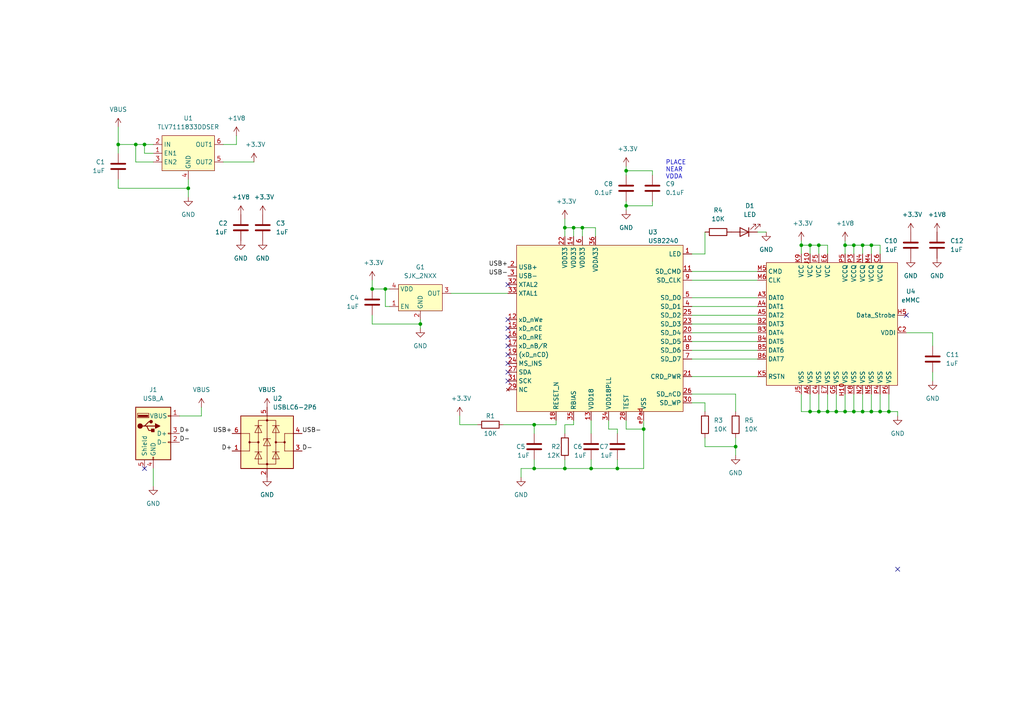
<source format=kicad_sch>
(kicad_sch (version 20230121) (generator eeschema)
  (paper "A4")
  (lib_symbols
    (symbol "Connector:USB_A" (pin_names (offset 1.016))
      (property "Reference" "J" (at -5.08 11.43 0))
      (property "Value" "USB_A" (at -5.08 8.89 0))
      (symbol "USB_A_0_1"
        (rectangle (start -5.08 -7.62) (end 5.08 7.62) (stroke (width 0.254)) (fill (type background)))
        (circle (center -3.81 2.159) (radius 0.635) (stroke (width 0.254)) (fill (type outline)))
        (rectangle (start -1.524 4.826) (end -4.318 5.334) (fill (type outline)))
        (rectangle (start -1.27 4.572) (end -4.572 5.842))
        (circle (center -0.635 3.429) (radius 0.381) (stroke (width 0.254)) (fill (type outline)))
        (rectangle (start -0.127 -7.62) (end 0.127 -6.858))
        (polyline (pts (xy -3.175 2.159) (xy -2.54 2.159) (xy -1.27 3.429) (xy -0.635 3.429)) (stroke (width 0.254)))
        (polyline (pts (xy -2.54 2.159) (xy -1.905 2.159) (xy -1.27 0.889) (xy 0 0.889)) (stroke (width 0.254)))
        (polyline (pts (xy 0.635 2.794) (xy 0.635 1.524) (xy 1.905 2.159) (xy 0.635 2.794)) (stroke (width 0.254)) (fill (type outline)))
        (rectangle (start 0.254 1.27) (end -0.508 0.508) (stroke (width 0.254)) (fill (type outline)))
        (rectangle (start 5.08 -2.667) (end 4.318 -2.413))
        (rectangle (start 5.08 -0.127) (end 4.318 0.127))
        (rectangle (start 5.08 4.953) (end 4.318 5.207))
      )
      (symbol "USB_A_1_1"
        (polyline (pts (xy -1.905 2.159) (xy 0.635 2.159)) (stroke (width 0.254)))
        (pin power_in line (at 7.62 5.08 180) (length 2.54) (name "VBUS") (number "1"))
        (pin bidirectional line (at 7.62 -2.54 180) (length 2.54) (name "D-") (number "2"))
        (pin bidirectional line (at 7.62 0 180) (length 2.54) (name "D+") (number "3"))
        (pin power_in line (at 0 -10.16 90) (length 2.54) (name "GND") (number "4"))
        (pin passive line (at -2.54 -10.16 90) (length 2.54) (name "Shield") (number "5"))
      )
    )
    (symbol "Device:C" (pin_numbers hide) (pin_names (offset 0.254))
      (property "Reference" "C" (at 0.635 2.54 0))
      (property "Value" "C" (at 0.635 -2.54 0))
      (symbol "C_0_1"
        (polyline (pts (xy -2.032 -0.762) (xy 2.032 -0.762)) (stroke (width 0.508)))
        (polyline (pts (xy -2.032 0.762) (xy 2.032 0.762)) (stroke (width 0.508)))
      )
      (symbol "C_1_1"
        (pin passive line (at 0 3.81 270) (length 2.794) (name "~") (number "1"))
        (pin passive line (at 0 -3.81 90) (length 2.794) (name "~") (number "2"))
      )
    )
    (symbol "Device:LED" (pin_numbers hide) (pin_names (offset 1.016) hide)
      (property "Reference" "D" (at 0 2.54 0))
      (property "Value" "LED" (at 0 -2.54 0))
      (symbol "LED_0_1"
        (polyline (pts (xy -1.27 -1.27) (xy -1.27 1.27)) (stroke (width 0.254)))
        (polyline (pts (xy -1.27 0) (xy 1.27 0)))
        (polyline (pts (xy 1.27 -1.27) (xy 1.27 1.27) (xy -1.27 0) (xy 1.27 -1.27)) (stroke (width 0.254)))
        (polyline (pts (xy -3.048 -0.762) (xy -4.572 -2.286) (xy -3.81 -2.286) (xy -4.572 -2.286) (xy -4.572 -1.524)))
        (polyline (pts (xy -1.778 -0.762) (xy -3.302 -2.286) (xy -2.54 -2.286) (xy -3.302 -2.286) (xy -3.302 -1.524)))
      )
      (symbol "LED_1_1"
        (pin passive line (at -3.81 0 0) (length 2.54) (name "K") (number "1"))
        (pin passive line (at 3.81 0 180) (length 2.54) (name "A") (number "2"))
      )
    )
    (symbol "Device:R" (pin_numbers hide) (pin_names (offset 0))
      (property "Reference" "R" (at 2.032 0 90))
      (property "Value" "R" (at 0 0 90))
      (symbol "R_0_1"
        (rectangle (start -1.016 -2.54) (end 1.016 2.54) (stroke (width 0.254)))
      )
      (symbol "R_1_1"
        (pin passive line (at 0 3.81 270) (length 1.27) (name "~") (number "1"))
        (pin passive line (at 0 -3.81 90) (length 1.27) (name "~") (number "2"))
      )
    )
    (symbol "Power_Protection:USBLC6-2P6" (pin_names hide)
      (property "Reference" "U" (at 2.54 8.89 0))
      (property "Value" "USBLC6-2P6" (at 2.54 -8.89 0))
      (symbol "USBLC6-2P6_0_1"
        (rectangle (start -7.62 -7.62) (end 7.62 7.62) (stroke (width 0.254)) (fill (type background)))
        (circle (center -5.08 0) (radius 0.254) (fill (type outline)))
        (circle (center -2.54 0) (radius 0.254) (fill (type outline)))
        (rectangle (start -2.54 6.35) (end 2.54 -6.35))
        (circle (center 0 -6.35) (radius 0.254) (fill (type outline)))
        (polyline (pts (xy -5.08 -2.54) (xy -7.62 -2.54)))
        (polyline (pts (xy -5.08 0) (xy -5.08 -2.54)))
        (polyline (pts (xy -5.08 2.54) (xy -7.62 2.54)))
        (polyline (pts (xy -1.524 -2.794) (xy -3.556 -2.794)))
        (polyline (pts (xy -1.524 4.826) (xy -3.556 4.826)))
        (polyline (pts (xy 0 -7.62) (xy 0 -6.35)))
        (polyline (pts (xy 0 -6.35) (xy 0 1.27)))
        (polyline (pts (xy 0 1.27) (xy 0 6.35)))
        (polyline (pts (xy 0 6.35) (xy 0 7.62)))
        (polyline (pts (xy 1.524 -2.794) (xy 3.556 -2.794)))
        (polyline (pts (xy 1.524 4.826) (xy 3.556 4.826)))
        (polyline (pts (xy 5.08 -2.54) (xy 7.62 -2.54)))
        (polyline (pts (xy 5.08 0) (xy 5.08 -2.54)))
        (polyline (pts (xy 5.08 2.54) (xy 7.62 2.54)))
        (polyline (pts (xy -2.54 0) (xy -5.08 0) (xy -5.08 2.54)))
        (polyline (pts (xy 2.54 0) (xy 5.08 0) (xy 5.08 2.54)))
        (polyline (pts (xy -3.556 -4.826) (xy -1.524 -4.826) (xy -2.54 -2.794) (xy -3.556 -4.826)))
        (polyline (pts (xy -3.556 2.794) (xy -1.524 2.794) (xy -2.54 4.826) (xy -3.556 2.794)))
        (polyline (pts (xy -1.016 -1.016) (xy 1.016 -1.016) (xy 0 1.016) (xy -1.016 -1.016)))
        (polyline (pts (xy 1.016 1.016) (xy 0.762 1.016) (xy -1.016 1.016) (xy -1.016 0.508)))
        (polyline (pts (xy 3.556 -4.826) (xy 1.524 -4.826) (xy 2.54 -2.794) (xy 3.556 -4.826)))
        (polyline (pts (xy 3.556 2.794) (xy 1.524 2.794) (xy 2.54 4.826) (xy 3.556 2.794)))
        (circle (center 0 6.35) (radius 0.254) (fill (type outline)))
        (circle (center 2.54 0) (radius 0.254) (fill (type outline)))
        (circle (center 5.08 0) (radius 0.254) (fill (type outline)))
      )
      (symbol "USBLC6-2P6_1_1"
        (pin passive line (at -10.16 -2.54 0) (length 2.54) (name "I/O1") (number "1"))
        (pin passive line (at 0 -10.16 90) (length 2.54) (name "GND") (number "2"))
        (pin passive line (at 10.16 -2.54 180) (length 2.54) (name "I/O2") (number "3"))
        (pin passive line (at 10.16 2.54 180) (length 2.54) (name "I/O2") (number "4"))
        (pin passive line (at 0 10.16 270) (length 2.54) (name "VBUS") (number "5"))
        (pin passive line (at -10.16 2.54 0) (length 2.54) (name "I/O1") (number "6"))
      )
    )
    (symbol "power:+1V8" (power) (pin_names (offset 0))
      (property "Value" "+1V8" (at 0 3.556 0))
      (symbol "+1V8_0_1"
        (polyline (pts (xy -0.762 1.27) (xy 0 2.54)))
        (polyline (pts (xy 0 0) (xy 0 2.54)))
        (polyline (pts (xy 0 2.54) (xy 0.762 1.27)))
      )
      (symbol "+1V8_1_1"
        (pin power_in line (at 0 0 90) (length 0) hide (name "+1V8") (number "1"))
      )
    )
    (symbol "power:+3.3V" (power) (pin_names (offset 0))
      (property "Value" "+3.3V" (at 0 3.556 0))
      (symbol "+3.3V_0_1"
        (polyline (pts (xy -0.762 1.27) (xy 0 2.54)))
        (polyline (pts (xy 0 0) (xy 0 2.54)))
        (polyline (pts (xy 0 2.54) (xy 0.762 1.27)))
      )
      (symbol "+3.3V_1_1"
        (pin power_in line (at 0 0 90) (length 0) hide (name "+3.3V") (number "1"))
      )
    )
    (symbol "power:GND" (power) (pin_names (offset 0))
      (property "Value" "GND" (at 0 -3.81 0))
      (symbol "GND_0_1"
        (polyline (pts (xy 0 0) (xy 0 -1.27) (xy 1.27 -1.27) (xy 0 -2.54) (xy -1.27 -1.27) (xy 0 -1.27)))
      )
      (symbol "GND_1_1"
        (pin power_in line (at 0 0 270) (length 0) hide (name "GND") (number "1"))
      )
    )
    (symbol "power:VBUS" (power) (pin_names (offset 0))
      (property "Value" "VBUS" (at 0 3.81 0))
      (symbol "VBUS_0_1"
        (polyline (pts (xy -0.762 1.27) (xy 0 2.54)))
        (polyline (pts (xy 0 0) (xy 0 2.54)))
        (polyline (pts (xy 0 2.54) (xy 0.762 1.27)))
      )
      (symbol "VBUS_1_1"
        (pin power_in line (at 0 0 90) (length 0) hide (name "VBUS") (number "1"))
      )
    )
    (symbol "toolbox-memory:eMMC"
      (property "Reference" "U" (at 20.32 13.97 0))
      (property "Value" "eMMC" (at 22.86 11.43 0))
      (symbol "eMMC_0_0"
        (pin unspecified line (at -21.59 6.35 0) (length 2.54) (name "DAT0") (number "A3"))
        (pin unspecified line (at -21.59 3.81 0) (length 2.54) (name "DAT1") (number "A4"))
        (pin unspecified line (at -21.59 1.27 0) (length 2.54) (name "DAT2") (number "A5"))
        (pin unspecified line (at -6.35 -21.59 90) (length 2.54) (name "VSS") (number "A6"))
        (pin unspecified line (at -21.59 -1.27 0) (length 2.54) (name "DAT3") (number "B2"))
        (pin unspecified line (at -21.59 -3.81 0) (length 2.54) (name "DAT4") (number "B3"))
        (pin unspecified line (at -21.59 -6.35 0) (length 2.54) (name "DAT5") (number "B4"))
        (pin unspecified line (at -21.59 -8.89 0) (length 2.54) (name "DAT6") (number "B5"))
        (pin unspecified line (at -21.59 -11.43 0) (length 2.54) (name "DAT7") (number "B6"))
        (pin unspecified line (at 21.59 -3.81 180) (length 2.54) (name "VDDI") (number "C2"))
        (pin unspecified line (at -3.81 -21.59 90) (length 2.54) (name "VSS") (number "C4"))
        (pin unspecified line (at 13.97 19.05 270) (length 2.54) (name "VCCQ") (number "C6"))
        (pin unspecified line (at -1.27 19.05 270) (length 2.54) (name "VCC") (number "E6"))
        (pin unspecified line (at -1.27 -21.59 90) (length 2.54) (name "VSS") (number "E7"))
        (pin unspecified line (at -3.81 19.05 270) (length 2.54) (name "VCC") (number "F5"))
        (pin unspecified line (at 1.27 -21.59 90) (length 2.54) (name "VSS") (number "G5"))
        (pin unspecified line (at 3.81 -21.59 90) (length 2.54) (name "VSS") (number "H10"))
        (pin unspecified line (at 21.59 1.27 180) (length 2.54) (name "Data_Strobe") (number "H5"))
        (pin unspecified line (at -6.35 19.05 270) (length 2.54) (name "VCC") (number "J10"))
        (pin unspecified line (at -8.89 -21.59 90) (length 2.54) (name "VSS") (number "J5"))
        (pin unspecified line (at -21.59 -16.51 0) (length 2.54) (name "RSTN") (number "K5"))
        (pin unspecified line (at 6.35 -21.59 90) (length 2.54) (name "VSS") (number "K8"))
        (pin unspecified line (at -8.89 19.05 270) (length 2.54) (name "VCC") (number "K9"))
        (pin unspecified line (at 11.43 19.05 270) (length 2.54) (name "VCCQ") (number "M4"))
        (pin unspecified line (at -21.59 13.97 0) (length 2.54) (name "CMD") (number "M5"))
        (pin unspecified line (at -21.59 11.43 0) (length 2.54) (name "CLK") (number "M6"))
        (pin unspecified line (at 8.89 -21.59 90) (length 2.54) (name "VSS") (number "N2"))
        (pin unspecified line (at 8.89 19.05 270) (length 2.54) (name "VCCQ") (number "N4"))
        (pin unspecified line (at 11.43 -21.59 90) (length 2.54) (name "VSS") (number "N5"))
        (pin unspecified line (at 6.35 19.05 270) (length 2.54) (name "VCCQ") (number "P3"))
        (pin unspecified line (at 13.97 -21.59 90) (length 2.54) (name "VSS") (number "P4"))
        (pin unspecified line (at 3.81 19.05 270) (length 2.54) (name "VCCQ") (number "P5"))
        (pin unspecified line (at 16.51 -21.59 90) (length 2.54) (name "VSS") (number "P6"))
      )
      (symbol "eMMC_1_1"
        (rectangle (start -19.05 16.51) (end 19.05 -19.05) (fill (type background)))
      )
    )
    (symbol "toolbox-oscillator:SJK_2NXX"
      (property "Reference" "G" (at 5.08 5.08 0))
      (property "Value" "SJK_2NXX" (at -1.27 5.08 0))
      (symbol "SJK_2NXX_0_0"
        (pin unspecified line (at -8.89 -2.54 0) (length 2.54) (name "EN") (number "1"))
        (pin unspecified line (at 0 -6.35 90) (length 2.54) (name "GND") (number "2"))
        (pin unspecified line (at 8.89 1.27 180) (length 2.54) (name "OUT") (number "3"))
        (pin unspecified line (at -8.89 2.54 0) (length 2.54) (name "VDD") (number "4"))
      )
      (symbol "SJK_2NXX_1_1"
        (rectangle (start -6.35 3.81) (end 6.35 -3.81) (fill (type background)))
      )
    )
    (symbol "toolbox-regulator:TI_TLV711"
      (property "Reference" "U" (at -6.35 3.81 0))
      (property "Value" "TLV711" (at 3.81 3.81 0))
      (symbol "TI_TLV711_0_0"
        (pin unspecified line (at -10.16 -2.54 0) (length 2.54) (name "EN1") (number "1"))
        (pin unspecified line (at -10.16 0 0) (length 2.54) (name "IN") (number "2"))
        (pin unspecified line (at -10.16 -5.08 0) (length 2.54) (name "EN2") (number "3"))
        (pin unspecified line (at 0 -10.16 90) (length 2.54) (name "GND") (number "4"))
        (pin unspecified line (at 10.16 -5.08 180) (length 2.54) (name "OUT2") (number "5"))
        (pin unspecified line (at 10.16 0 180) (length 2.54) (name "OUT1") (number "6"))
      )
      (symbol "TI_TLV711_1_1"
        (rectangle (start -7.62 2.54) (end 7.62 -7.62) (fill (type background)))
      )
    )
    (symbol "toolbox-usb:USB2240"
      (property "Reference" "U" (at 7.62 22.86 0))
      (property "Value" "USB2240" (at 20.32 22.86 0))
      (symbol "USB2240_0_0"
        (pin unspecified line (at 26.67 19.05 180) (length 2.54) (name "LED") (number "1"))
        (pin unspecified line (at 26.67 -6.35 180) (length 2.54) (name "SD_D5") (number "10"))
        (pin unspecified line (at 26.67 13.97 180) (length 2.54) (name "SD_CMD") (number "11"))
        (pin unspecified line (at -26.67 0 0) (length 2.54) (name "xD_nWe") (number "12"))
        (pin unspecified line (at -2.54 -29.21 90) (length 2.54) (name "VDD18") (number "13"))
        (pin unspecified line (at -7.62 24.13 270) (length 2.54) (name "VDD33") (number "14"))
        (pin unspecified line (at -26.67 -2.54 0) (length 2.54) (name "xD_nCE") (number "15"))
        (pin unspecified line (at -26.67 -5.08 0) (length 2.54) (name "xD_nRE") (number "16"))
        (pin unspecified line (at -26.67 -7.62 0) (length 2.54) (name "xD_nB/R") (number "17"))
        (pin unspecified line (at -12.7 -29.21 90) (length 2.54) (name "RESET_N") (number "18"))
        (pin unspecified line (at -26.67 -10.16 0) (length 2.54) (name "(xD_nCD)") (number "19"))
        (pin unspecified line (at -26.67 15.24 0) (length 2.54) (name "USB+") (number "2"))
        (pin unspecified line (at 26.67 -3.81 180) (length 2.54) (name "SD_D4") (number "20"))
        (pin unspecified line (at 26.67 -16.51 180) (length 2.54) (name "CRD_PWR") (number "21"))
        (pin unspecified line (at -10.16 24.13 270) (length 2.54) (name "VDD33") (number "22"))
        (pin unspecified line (at 26.67 -1.27 180) (length 2.54) (name "SD_D3") (number "23"))
        (pin unspecified line (at -26.67 -12.7 0) (length 2.54) (name "MS_INS") (number "24"))
        (pin unspecified line (at 26.67 1.27 180) (length 2.54) (name "SD_D2") (number "25"))
        (pin unspecified line (at 26.67 -21.59 180) (length 2.54) (name "SD_nCD") (number "26"))
        (pin unspecified line (at -26.67 -15.24 0) (length 2.54) (name "SDA") (number "27"))
        (pin unspecified line (at 7.62 -29.21 90) (length 2.54) (name "TEST") (number "28"))
        (pin no_connect line (at -26.67 -20.32 0) (length 2.54) (name "NC") (number "29"))
        (pin unspecified line (at -26.67 12.7 0) (length 2.54) (name "USB-") (number "3"))
        (pin unspecified line (at 26.67 -24.13 180) (length 2.54) (name "SD_WP") (number "30"))
        (pin unspecified line (at -26.67 -17.78 0) (length 2.54) (name "SCK") (number "31"))
        (pin unspecified line (at -26.67 10.16 0) (length 2.54) (name "XTAL2") (number "32"))
        (pin unspecified line (at -26.67 7.62 0) (length 2.54) (name "XTAL1") (number "33"))
        (pin unspecified line (at 2.54 -29.21 90) (length 2.54) (name "VDD18PLL") (number "34"))
        (pin unspecified line (at -7.62 -29.21 90) (length 2.54) (name "RBIAS") (number "35"))
        (pin unspecified line (at -1.27 24.13 270) (length 2.54) (name "VDDA33") (number "36"))
        (pin unspecified line (at 26.67 3.81 180) (length 2.54) (name "SD_D1") (number "4"))
        (pin unspecified line (at 26.67 6.35 180) (length 2.54) (name "SD_D0") (number "5"))
        (pin unspecified line (at -5.08 24.13 270) (length 2.54) (name "VDD33") (number "6"))
        (pin unspecified line (at 26.67 -11.43 180) (length 2.54) (name "SD_D7") (number "7"))
        (pin unspecified line (at 26.67 -8.89 180) (length 2.54) (name "SD_D6") (number "8"))
        (pin unspecified line (at 26.67 11.43 180) (length 2.54) (name "SD_CLK") (number "9"))
      )
      (symbol "USB2240_1_0"
        (pin unspecified line (at 12.7 -29.21 90) (length 2.54) (name "VSS") (number "ePad"))
      )
      (symbol "USB2240_1_1"
        (rectangle (start -24.13 21.59) (end 24.13 -26.67) (fill (type background)))
      )
    )
  )
  (junction (at 181.61 49.53))
  (junction (at 245.11 119.38))
  (junction (at 242.57 119.38))
  (junction (at 252.73 71.12))
  (junction (at 39.37 41.91))
  (junction (at 166.37 66.04))
  (junction (at 163.83 135.89))
  (junction (at 245.11 71.12))
  (junction (at 34.29 41.91))
  (junction (at 121.92 93.98))
  (junction (at 237.49 71.12))
  (junction (at 41.91 41.91))
  (junction (at 154.94 135.89))
  (junction (at 186.69 124.46))
  (junction (at 163.83 66.04))
  (junction (at 255.27 119.38))
  (junction (at 213.36 129.54))
  (junction (at 234.95 71.12))
  (junction (at 250.19 119.38))
  (junction (at 252.73 119.38))
  (junction (at 240.03 119.38))
  (junction (at 181.61 59.69))
  (junction (at 250.19 71.12))
  (junction (at 54.61 54.61))
  (junction (at 111.76 83.82))
  (junction (at 154.94 123.19))
  (junction (at 107.95 83.82))
  (junction (at 237.49 119.38))
  (junction (at 168.91 66.04))
  (junction (at 232.41 71.12))
  (junction (at 234.95 119.38))
  (junction (at 247.65 71.12))
  (junction (at 257.81 119.38))
  (junction (at 171.45 135.89))
  (junction (at 247.65 119.38))
  (junction (at 179.07 135.89))
  (no_connect (at 147.32 107.95))
  (no_connect (at 147.32 100.33))
  (no_connect (at 262.89 91.44))
  (no_connect (at 147.32 105.41))
  (no_connect (at 260.35 165.1))
  (no_connect (at 147.32 92.71))
  (no_connect (at 147.32 95.25))
  (no_connect (at 41.91 135.89))
  (no_connect (at 147.32 102.87))
  (no_connect (at 147.32 82.55))
  (no_connect (at 147.32 110.49))
  (no_connect (at 147.32 97.79))
  (wire (pts (xy 237.49 71.12) (xy 237.49 73.66)))
  (wire (pts (xy 200.66 93.98) (xy 219.71 93.98)))
  (wire (pts (xy 257.81 114.3) (xy 257.81 119.38)))
  (wire (pts (xy 54.61 54.61) (xy 54.61 57.15)))
  (wire (pts (xy 64.77 46.99) (xy 73.66 46.99)))
  (wire (pts (xy 186.69 121.92) (xy 186.69 124.46)))
  (wire (pts (xy 189.23 50.8) (xy 189.23 49.53)))
  (wire (pts (xy 200.66 104.14) (xy 219.71 104.14)))
  (wire (pts (xy 154.94 123.19) (xy 154.94 125.73)))
  (wire (pts (xy 44.45 44.45) (xy 41.91 44.45)))
  (wire (pts (xy 41.91 44.45) (xy 41.91 41.91)))
  (wire (pts (xy 232.41 114.3) (xy 232.41 119.38)))
  (wire (pts (xy 250.19 119.38) (xy 252.73 119.38)))
  (wire (pts (xy 166.37 66.04) (xy 168.91 66.04)))
  (wire (pts (xy 171.45 121.92) (xy 171.45 125.73)))
  (wire (pts (xy 213.36 129.54) (xy 213.36 127)))
  (wire (pts (xy 245.11 114.3) (xy 245.11 119.38)))
  (wire (pts (xy 166.37 123.19) (xy 166.37 121.92)))
  (wire (pts (xy 172.72 66.04) (xy 172.72 68.58)))
  (wire (pts (xy 245.11 71.12) (xy 247.65 71.12)))
  (wire (pts (xy 250.19 71.12) (xy 252.73 71.12)))
  (wire (pts (xy 250.19 71.12) (xy 250.19 73.66)))
  (wire (pts (xy 189.23 58.42) (xy 189.23 59.69)))
  (wire (pts (xy 247.65 114.3) (xy 247.65 119.38)))
  (wire (pts (xy 39.37 46.99) (xy 39.37 41.91)))
  (wire (pts (xy 242.57 114.3) (xy 242.57 119.38)))
  (wire (pts (xy 240.03 73.66) (xy 240.03 71.12)))
  (wire (pts (xy 252.73 71.12) (xy 255.27 71.12)))
  (wire (pts (xy 154.94 133.35) (xy 154.94 135.89)))
  (wire (pts (xy 34.29 54.61) (xy 54.61 54.61)))
  (wire (pts (xy 200.66 96.52) (xy 219.71 96.52)))
  (wire (pts (xy 213.36 129.54) (xy 213.36 132.08)))
  (wire (pts (xy 186.69 135.89) (xy 179.07 135.89)))
  (wire (pts (xy 200.66 109.22) (xy 219.71 109.22)))
  (wire (pts (xy 181.61 59.69) (xy 181.61 60.96)))
  (wire (pts (xy 107.95 81.28) (xy 107.95 83.82)))
  (wire (pts (xy 163.83 123.19) (xy 166.37 123.19)))
  (wire (pts (xy 168.91 66.04) (xy 168.91 68.58)))
  (wire (pts (xy 255.27 114.3) (xy 255.27 119.38)))
  (wire (pts (xy 189.23 59.69) (xy 181.61 59.69)))
  (wire (pts (xy 237.49 71.12) (xy 234.95 71.12)))
  (wire (pts (xy 107.95 83.82) (xy 111.76 83.82)))
  (wire (pts (xy 242.57 119.38) (xy 245.11 119.38)))
  (wire (pts (xy 260.35 119.38) (xy 260.35 120.65)))
  (wire (pts (xy 171.45 135.89) (xy 163.83 135.89)))
  (wire (pts (xy 200.66 101.6) (xy 219.71 101.6)))
  (wire (pts (xy 34.29 36.83) (xy 34.29 41.91)))
  (wire (pts (xy 270.51 96.52) (xy 262.89 96.52)))
  (wire (pts (xy 44.45 46.99) (xy 39.37 46.99)))
  (wire (pts (xy 245.11 119.38) (xy 247.65 119.38)))
  (wire (pts (xy 200.66 114.3) (xy 213.36 114.3)))
  (wire (pts (xy 240.03 119.38) (xy 242.57 119.38)))
  (wire (pts (xy 255.27 71.12) (xy 255.27 73.66)))
  (wire (pts (xy 232.41 71.12) (xy 232.41 73.66)))
  (wire (pts (xy 154.94 123.19) (xy 161.29 123.19)))
  (wire (pts (xy 181.61 124.46) (xy 186.69 124.46)))
  (wire (pts (xy 200.66 91.44) (xy 219.71 91.44)))
  (wire (pts (xy 240.03 71.12) (xy 237.49 71.12)))
  (wire (pts (xy 252.73 114.3) (xy 252.73 119.38)))
  (wire (pts (xy 204.47 67.31) (xy 204.47 73.66)))
  (wire (pts (xy 34.29 41.91) (xy 34.29 44.45)))
  (wire (pts (xy 64.77 41.91) (xy 68.58 41.91)))
  (wire (pts (xy 34.29 52.07) (xy 34.29 54.61)))
  (wire (pts (xy 163.83 63.5) (xy 163.83 66.04)))
  (wire (pts (xy 163.83 66.04) (xy 166.37 66.04)))
  (wire (pts (xy 130.81 85.09) (xy 147.32 85.09)))
  (wire (pts (xy 163.83 135.89) (xy 154.94 135.89)))
  (wire (pts (xy 200.66 88.9) (xy 219.71 88.9)))
  (wire (pts (xy 234.95 119.38) (xy 237.49 119.38)))
  (wire (pts (xy 163.83 66.04) (xy 163.83 68.58)))
  (wire (pts (xy 245.11 69.85) (xy 245.11 71.12)))
  (wire (pts (xy 181.61 121.92) (xy 181.61 124.46)))
  (wire (pts (xy 41.91 41.91) (xy 44.45 41.91)))
  (wire (pts (xy 111.76 83.82) (xy 113.03 83.82)))
  (wire (pts (xy 245.11 71.12) (xy 245.11 73.66)))
  (wire (pts (xy 204.47 127) (xy 204.47 129.54)))
  (wire (pts (xy 176.53 121.92) (xy 176.53 124.46)))
  (wire (pts (xy 213.36 114.3) (xy 213.36 119.38)))
  (wire (pts (xy 252.73 71.12) (xy 252.73 73.66)))
  (wire (pts (xy 247.65 71.12) (xy 250.19 71.12)))
  (wire (pts (xy 146.05 123.19) (xy 154.94 123.19)))
  (wire (pts (xy 181.61 58.42) (xy 181.61 59.69)))
  (wire (pts (xy 252.73 119.38) (xy 255.27 119.38)))
  (wire (pts (xy 171.45 133.35) (xy 171.45 135.89)))
  (wire (pts (xy 166.37 66.04) (xy 166.37 68.58)))
  (wire (pts (xy 181.61 49.53) (xy 181.61 50.8)))
  (wire (pts (xy 168.91 66.04) (xy 172.72 66.04)))
  (wire (pts (xy 181.61 48.26) (xy 181.61 49.53)))
  (wire (pts (xy 39.37 41.91) (xy 41.91 41.91)))
  (wire (pts (xy 52.07 120.65) (xy 58.42 120.65)))
  (wire (pts (xy 186.69 124.46) (xy 186.69 135.89)))
  (wire (pts (xy 176.53 124.46) (xy 179.07 124.46)))
  (wire (pts (xy 121.92 92.71) (xy 121.92 93.98)))
  (wire (pts (xy 204.47 116.84) (xy 204.47 119.38)))
  (wire (pts (xy 107.95 91.44) (xy 107.95 93.98)))
  (wire (pts (xy 250.19 114.3) (xy 250.19 119.38)))
  (wire (pts (xy 270.51 107.95) (xy 270.51 110.49)))
  (wire (pts (xy 133.35 120.65) (xy 133.35 123.19)))
  (wire (pts (xy 200.66 81.28) (xy 219.71 81.28)))
  (wire (pts (xy 200.66 86.36) (xy 219.71 86.36)))
  (wire (pts (xy 154.94 135.89) (xy 151.13 135.89)))
  (wire (pts (xy 255.27 119.38) (xy 257.81 119.38)))
  (wire (pts (xy 179.07 124.46) (xy 179.07 125.73)))
  (wire (pts (xy 151.13 135.89) (xy 151.13 138.43)))
  (wire (pts (xy 204.47 73.66) (xy 200.66 73.66)))
  (wire (pts (xy 247.65 119.38) (xy 250.19 119.38)))
  (wire (pts (xy 232.41 119.38) (xy 234.95 119.38)))
  (wire (pts (xy 189.23 49.53) (xy 181.61 49.53)))
  (wire (pts (xy 54.61 54.61) (xy 54.61 52.07)))
  (wire (pts (xy 161.29 121.92) (xy 161.29 123.19)))
  (wire (pts (xy 107.95 93.98) (xy 121.92 93.98)))
  (wire (pts (xy 179.07 133.35) (xy 179.07 135.89)))
  (wire (pts (xy 204.47 129.54) (xy 213.36 129.54)))
  (wire (pts (xy 44.45 135.89) (xy 44.45 140.97)))
  (wire (pts (xy 200.66 116.84) (xy 204.47 116.84)))
  (wire (pts (xy 234.95 114.3) (xy 234.95 119.38)))
  (wire (pts (xy 163.83 125.73) (xy 163.83 123.19)))
  (wire (pts (xy 113.03 88.9) (xy 111.76 88.9)))
  (wire (pts (xy 121.92 93.98) (xy 121.92 95.25)))
  (wire (pts (xy 234.95 71.12) (xy 232.41 71.12)))
  (wire (pts (xy 237.49 114.3) (xy 237.49 119.38)))
  (wire (pts (xy 270.51 100.33) (xy 270.51 96.52)))
  (wire (pts (xy 237.49 119.38) (xy 240.03 119.38)))
  (wire (pts (xy 163.83 133.35) (xy 163.83 135.89)))
  (wire (pts (xy 58.42 118.11) (xy 58.42 120.65)))
  (wire (pts (xy 234.95 71.12) (xy 234.95 73.66)))
  (wire (pts (xy 247.65 71.12) (xy 247.65 73.66)))
  (wire (pts (xy 232.41 69.85) (xy 232.41 71.12)))
  (wire (pts (xy 240.03 114.3) (xy 240.03 119.38)))
  (wire (pts (xy 200.66 99.06) (xy 219.71 99.06)))
  (wire (pts (xy 219.71 67.31) (xy 222.25 67.31)))
  (wire (pts (xy 111.76 88.9) (xy 111.76 83.82)))
  (wire (pts (xy 200.66 78.74) (xy 219.71 78.74)))
  (wire (pts (xy 34.29 41.91) (xy 39.37 41.91)))
  (wire (pts (xy 68.58 41.91) (xy 68.58 39.37)))
  (wire (pts (xy 133.35 123.19) (xy 138.43 123.19)))
  (wire (pts (xy 257.81 119.38) (xy 260.35 119.38)))
  (wire (pts (xy 179.07 135.89) (xy 171.45 135.89)))
  (text "PLACE \nNEAR \nVDDA" (at 193.04 52.07 0) (effects (font (size 1.27 1.27)) (justify left bottom)))
  (label "USB-" (at 87.63 125.73 0))
  (label "D-" (at 52.07 128.27 0))
  (label "USB+" (at 67.31 125.73 180))
  (label "D-" (at 87.63 130.81 0))
  (label "USB-" (at 147.32 80.01 180))
  (label "D+" (at 52.07 125.73 0))
  (label "USB+" (at 147.32 77.47 180))
  (label "D+" (at 67.31 130.81 180))
  (symbol (lib_id "power:GND") (at 77.47 138.43 0) (unit 1)
    (property "Reference" "#PWR012" (effects hide))
    (property "Value" "GND" (at 77.47 143.51 0))
  )
  (symbol (lib_id "power:GND") (at 181.61 60.96 0) (unit 1)
    (property "Reference" "#PWR019" (effects hide))
    (property "Value" "GND" (at 181.61 66.04 0))
  )
  (symbol (lib_id "Device:LED") (at 215.9 67.31 180) (unit 1)
    (property "Reference" "D1" (at 217.4875 59.69 0))
    (property "Value" "LED" (at 217.4875 62.23 0))
  )
  (symbol (lib_id "power:+3.3V") (at 264.16 67.31 0) (unit 1)
    (property "Reference" "#PWR025" (effects hide))
    (property "Value" "+3.3V" (at 261.62 62.23 0) (effects (justify left)))
  )
  (symbol (lib_id "power:GND") (at 222.25 67.31 0) (unit 1)
    (property "Reference" "#PWR021" (effects hide))
    (property "Value" "GND" (at 222.25 72.39 0))
  )
  (symbol (lib_id "power:GND") (at 151.13 138.43 0) (unit 1)
    (property "Reference" "#PWR016" (effects hide))
    (property "Value" "GND" (at 151.13 143.51 0))
  )
  (symbol (lib_id "power:GND") (at 76.2 69.85 0) (unit 1)
    (property "Reference" "#PWR010" (effects hide))
    (property "Value" "GND" (at 76.2 74.93 0))
  )
  (symbol (lib_id "Device:C") (at 271.78 71.12 0) (unit 1)
    (property "Reference" "C12" (at 275.59 69.85 0) (effects (justify left)))
    (property "Value" "1uF" (at 275.59 72.39 0) (effects (justify left)))
    (property "Footprint" "Capacitor_SMD:C_0402_1005Metric" (effects hide))
  )
  (symbol (lib_id "power:GND") (at 271.78 74.93 0) (mirror y) (unit 1)
    (property "Reference" "#PWR029" (effects hide))
    (property "Value" "GND" (at 271.78 80.01 0))
  )
  (symbol (lib_id "Connector:USB_A") (at 44.45 125.73 0) (unit 1)
    (property "Reference" "J1" (at 44.45 113.03 0))
    (property "Value" "USB_A" (at 44.45 115.57 0))
    (property "Footprint" "toolbox-connector:usb-PCB" (effects hide))
    (property "Datasheet" " ~" (effects hide))
  )
  (symbol (lib_id "power:GND") (at 270.51 110.49 0) (unit 1)
    (property "Reference" "#PWR027" (effects hide))
    (property "Value" "GND" (at 270.51 115.57 0))
  )
  (symbol (lib_id "power:+1V8") (at 69.85 62.23 0) (unit 1)
    (property "Reference" "#PWR06" (effects hide))
    (property "Value" "+1V8" (at 69.85 57.15 0))
  )
  (symbol (lib_id "Device:C") (at 154.94 129.54 0) (mirror y) (unit 1)
    (property "Reference" "C5" (at 152.4 129.54 0) (effects (justify left)))
    (property "Value" "1uF" (at 153.67 132.08 0) (effects (justify left)))
    (property "Footprint" "Capacitor_SMD:C_0402_1005Metric" (effects hide))
  )
  (symbol (lib_id "power:+3.3V") (at 73.66 46.99 0) (unit 1)
    (property "Reference" "#PWR08" (effects hide))
    (property "Value" "+3.3V" (at 71.12 41.91 0) (effects (justify left)))
  )
  (symbol (lib_id "Device:R") (at 208.28 67.31 90) (unit 1)
    (property "Reference" "R4" (at 208.28 60.96 90))
    (property "Value" "10K" (at 208.28 63.5 90))
    (property "Footprint" "Resistor_SMD:R_0402_1005Metric" (effects hide))
  )
  (symbol (lib_id "power:+3.3V") (at 181.61 48.26 0) (unit 1)
    (property "Reference" "#PWR018" (effects hide))
    (property "Value" "+3.3V" (at 179.07 43.18 0) (effects (justify left)))
  )
  (symbol (lib_id "Device:R") (at 213.36 123.19 0) (unit 1)
    (property "Reference" "R5" (at 215.9 121.92 0) (effects (justify left)))
    (property "Value" "10K" (at 215.9 124.46 0) (effects (justify left)))
    (property "Footprint" "Resistor_SMD:R_0402_1005Metric" (effects hide))
  )
  (symbol (lib_id "power:+1V8") (at 271.78 67.31 0) (mirror y) (unit 1)
    (property "Reference" "#PWR028" (effects hide))
    (property "Value" "+1V8" (at 271.78 62.23 0))
  )
  (symbol (lib_id "power:VBUS") (at 34.29 36.83 0) (unit 1)
    (property "Reference" "#PWR01" (effects hide))
    (property "Value" "VBUS" (at 34.29 31.75 0))
  )
  (symbol (lib_id "toolbox-oscillator:SJK_2NXX") (at 121.92 86.36 0) (unit 1)
    (property "Reference" "G1" (at 121.92 77.47 0))
    (property "Value" "SJK_2NXX" (at 121.92 80.01 0))
    (property "Footprint" "Oscillator:Oscillator_SMD_ECS_2520MV-xxx-xx-4Pin_2.5x2.0mm" (effects hide))
  )
  (symbol (lib_id "Device:C") (at 181.61 54.61 0) (mirror y) (unit 1)
    (property "Reference" "C8" (at 177.8 53.34 0) (effects (justify left)))
    (property "Value" "0.1uF" (at 177.8 55.88 0) (effects (justify left)))
    (property "Footprint" "Capacitor_SMD:C_0402_1005Metric" (effects hide))
  )
  (symbol (lib_id "power:GND") (at 44.45 140.97 0) (unit 1)
    (property "Reference" "#PWR02" (effects hide))
    (property "Value" "GND" (at 44.45 146.05 0))
  )
  (symbol (lib_id "Device:C") (at 189.23 54.61 0) (unit 1)
    (property "Reference" "C9" (at 193.04 53.34 0) (effects (justify left)))
    (property "Value" "0.1uF" (at 193.04 55.88 0) (effects (justify left)))
    (property "Footprint" "Capacitor_SMD:C_0402_1005Metric" (effects hide))
  )
  (symbol (lib_id "Device:C") (at 264.16 71.12 0) (mirror y) (unit 1)
    (property "Reference" "C10" (at 260.35 69.85 0) (effects (justify left)))
    (property "Value" "1uF" (at 260.35 72.39 0) (effects (justify left)))
    (property "Footprint" "Capacitor_SMD:C_0402_1005Metric" (effects hide))
  )
  (symbol (lib_id "Device:C") (at 179.07 129.54 0) (mirror y) (unit 1)
    (property "Reference" "C7" (at 176.53 129.54 0) (effects (justify left)))
    (property "Value" "1uF" (at 177.8 132.08 0) (effects (justify left)))
    (property "Footprint" "Capacitor_SMD:C_0402_1005Metric" (effects hide))
  )
  (symbol (lib_id "Device:R") (at 163.83 129.54 0) (mirror y) (unit 1)
    (property "Reference" "R2" (at 162.56 129.54 0) (effects (justify left)))
    (property "Value" "12K" (at 162.56 132.08 0) (effects (justify left)))
    (property "Footprint" "Resistor_SMD:R_0402_1005Metric" (effects hide))
  )
  (symbol (lib_id "toolbox-regulator:TI_TLV711") (at 54.61 41.91 0) (unit 1)
    (property "Reference" "U1" (at 54.61 34.29 0))
    (property "Value" "TLV7111833DDSER" (at 54.61 36.83 0))
  )
  (symbol (lib_id "power:VBUS") (at 58.42 118.11 0) (unit 1)
    (property "Reference" "#PWR04" (effects hide))
    (property "Value" "VBUS" (at 58.42 113.03 0))
  )
  (symbol (lib_id "power:+3.3V") (at 133.35 120.65 0) (unit 1)
    (property "Reference" "#PWR015" (effects hide))
    (property "Value" "+3.3V" (at 130.81 115.57 0) (effects (justify left)))
  )
  (symbol (lib_id "Device:C") (at 270.51 104.14 0) (unit 1)
    (property "Reference" "C11" (at 274.32 102.87 0) (effects (justify left)))
    (property "Value" "1uF" (at 274.32 105.41 0) (effects (justify left)))
    (property "Footprint" "Capacitor_SMD:C_0402_1005Metric" (effects hide))
  )
  (symbol (lib_id "power:GND") (at 260.35 120.65 0) (unit 1)
    (property "Reference" "#PWR024" (effects hide))
    (property "Value" "GND" (at 260.35 125.73 0))
  )
  (symbol (lib_id "Device:R") (at 142.24 123.19 90) (unit 1)
    (property "Reference" "R1" (at 142.24 120.65 90))
    (property "Value" "10K" (at 142.24 125.73 90))
    (property "Footprint" "Resistor_SMD:R_0402_1005Metric" (effects hide))
  )
  (symbol (lib_id "Device:C") (at 76.2 66.04 0) (unit 1)
    (property "Reference" "C3" (at 80.01 64.77 0) (effects (justify left)))
    (property "Value" "1uF" (at 80.01 67.31 0) (effects (justify left)))
    (property "Footprint" "Capacitor_SMD:C_0402_1005Metric" (effects hide))
  )
  (symbol (lib_id "Device:C") (at 107.95 87.63 0) (mirror y) (unit 1)
    (property "Reference" "C4" (at 104.14 86.36 0) (effects (justify left)))
    (property "Value" "1uF" (at 104.14 88.9 0) (effects (justify left)))
    (property "Footprint" "Capacitor_SMD:C_0402_1005Metric" (effects hide))
  )
  (symbol (lib_id "power:GND") (at 69.85 69.85 0) (unit 1)
    (property "Reference" "#PWR07" (effects hide))
    (property "Value" "GND" (at 69.85 74.93 0))
  )
  (symbol (lib_id "power:+3.3V") (at 163.83 63.5 0) (unit 1)
    (property "Reference" "#PWR017" (effects hide))
    (property "Value" "+3.3V" (at 161.29 58.42 0) (effects (justify left)))
  )
  (symbol (lib_id "power:+1V8") (at 245.11 69.85 0) (mirror y) (unit 1)
    (property "Reference" "#PWR023" (effects hide))
    (property "Value" "+1V8" (at 245.11 64.77 0))
  )
  (symbol (lib_id "Power_Protection:USBLC6-2P6") (at 77.47 128.27 0) (unit 1)
    (property "Reference" "U2" (at 79.1211 115.57 0) (effects (justify left)))
    (property "Value" "USBLC6-2P6" (at 79.1211 118.11 0) (effects (justify left)))
    (property "Footprint" "Package_TO_SOT_SMD:SOT-666" (effects hide))
    (property "Datasheet" "https://www.st.com/resource/en/datasheet/usblc6-2.pdf" (effects hide))
  )
  (symbol (lib_id "toolbox-usb:USB2240") (at 173.99 92.71 0) (unit 1)
    (property "Reference" "U3" (at 187.96 67.31 0) (effects (justify left)))
    (property "Value" "USB2240" (at 187.96 69.85 0) (effects (justify left)))
  )
  (symbol (lib_id "Device:C") (at 69.85 66.04 0) (mirror y) (unit 1)
    (property "Reference" "C2" (at 66.04 64.77 0) (effects (justify left)))
    (property "Value" "1uF" (at 66.04 67.31 0) (effects (justify left)))
    (property "Footprint" "Capacitor_SMD:C_0402_1005Metric" (effects hide))
  )
  (symbol (lib_id "power:GND") (at 264.16 74.93 0) (unit 1)
    (property "Reference" "#PWR026" (effects hide))
    (property "Value" "GND" (at 264.16 80.01 0))
  )
  (symbol (lib_id "power:+1V8") (at 68.58 39.37 0) (unit 1)
    (property "Reference" "#PWR05" (effects hide))
    (property "Value" "+1V8" (at 68.58 34.29 0))
  )
  (symbol (lib_id "toolbox-memory:eMMC") (at 241.3 92.71 0) (unit 1)
    (property "Reference" "U4" (at 264.16 84.5119 0))
    (property "Value" "eMMC" (at 264.16 87.0519 0))
  )
  (symbol (lib_id "Device:C") (at 34.29 48.26 0) (mirror y) (unit 1)
    (property "Reference" "C1" (at 30.48 46.99 0) (effects (justify left)))
    (property "Value" "1uF" (at 30.48 49.53 0) (effects (justify left)))
    (property "Footprint" "Capacitor_SMD:C_0402_1005Metric" (effects hide))
  )
  (symbol (lib_id "power:+3.3V") (at 76.2 62.23 0) (unit 1)
    (property "Reference" "#PWR09" (effects hide))
    (property "Value" "+3.3V" (at 73.66 57.15 0) (effects (justify left)))
  )
  (symbol (lib_id "power:GND") (at 121.92 95.25 0) (unit 1)
    (property "Reference" "#PWR014" (effects hide))
    (property "Value" "GND" (at 121.92 100.33 0))
  )
  (symbol (lib_id "power:VBUS") (at 77.47 118.11 0) (unit 1)
    (property "Reference" "#PWR011" (effects hide))
    (property "Value" "VBUS" (at 77.47 113.03 0))
  )
  (symbol (lib_id "Device:R") (at 204.47 123.19 0) (unit 1)
    (property "Reference" "R3" (at 207.01 121.92 0) (effects (justify left)))
    (property "Value" "10K" (at 207.01 124.46 0) (effects (justify left)))
    (property "Footprint" "Resistor_SMD:R_0402_1005Metric" (effects hide))
  )
  (symbol (lib_id "power:+3.3V") (at 107.95 81.28 0) (unit 1)
    (property "Reference" "#PWR013" (effects hide))
    (property "Value" "+3.3V" (at 105.41 76.2 0) (effects (justify left)))
  )
  (symbol (lib_id "power:+3.3V") (at 232.41 69.85 0) (unit 1)
    (property "Reference" "#PWR022" (effects hide))
    (property "Value" "+3.3V" (at 229.87 64.77 0) (effects (justify left)))
  )
  (symbol (lib_id "power:GND") (at 54.61 57.15 0) (unit 1)
    (property "Reference" "#PWR03" (effects hide))
    (property "Value" "GND" (at 54.61 62.23 0))
  )
  (symbol (lib_id "Device:C") (at 171.45 129.54 0) (mirror y) (unit 1)
    (property "Reference" "C6" (at 168.91 129.54 0) (effects (justify left)))
    (property "Value" "1uF" (at 170.18 132.08 0) (effects (justify left)))
    (property "Footprint" "Capacitor_SMD:C_0402_1005Metric" (effects hide))
  )
  (symbol (lib_id "power:GND") (at 213.36 132.08 0) (unit 1)
    (property "Reference" "#PWR020" (effects hide))
    (property "Value" "GND" (at 213.36 137.16 0))
  )
)
</source>
